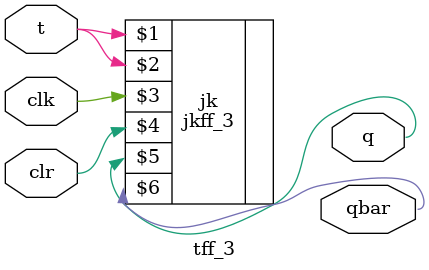
<source format=v>
module tff_3(t,clk,clr,q,qbar);
input t,clk,clr;
output q,qbar;

jkff_3 jk(t,t,clk,clr,q,qbar);

endmodule

</source>
